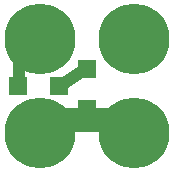
<source format=gtl>
%TF.GenerationSoftware,KiCad,Pcbnew,4.0.7-e2-6376~58~ubuntu16.04.1*%
%TF.CreationDate,2018-05-09T10:33:28-07:00*%
%TF.ProjectId,2x2-LED-WHITE-SMT-LIMITED,3278322D4C45442D57484954452D534D,1.0*%
%TF.FileFunction,Copper,L1,Top,Signal*%
%FSLAX46Y46*%
G04 Gerber Fmt 4.6, Leading zero omitted, Abs format (unit mm)*
G04 Created by KiCad (PCBNEW 4.0.7-e2-6376~58~ubuntu16.04.1) date Wed May  9 10:33:28 2018*
%MOMM*%
%LPD*%
G01*
G04 APERTURE LIST*
%ADD10C,0.350000*%
%ADD11C,1.000000*%
%ADD12C,2.000000*%
%ADD13R,1.500000X1.600000*%
%ADD14C,6.000000*%
%ADD15R,1.600000X1.500000*%
%ADD16C,0.350000*%
G04 APERTURE END LIST*
D10*
D11*
X23468000Y-42100000D02*
X25718000Y-40600000D01*
D12*
X21818000Y-44950000D02*
X29943000Y-44950000D01*
D11*
X19968000Y-39100000D02*
X19968000Y-42100000D01*
D13*
X19908000Y-42100000D03*
D14*
X21718000Y-46100000D03*
X21718000Y-38100000D03*
X29718000Y-38100000D03*
X29718000Y-46100000D03*
D13*
X23328000Y-42100000D03*
D15*
X25718000Y-44060000D03*
X25718000Y-40640000D03*
D16*
X21718000Y-46100000D03*
X21718000Y-38100000D03*
X29718000Y-38100000D03*
X29718000Y-46100000D03*
M02*

</source>
